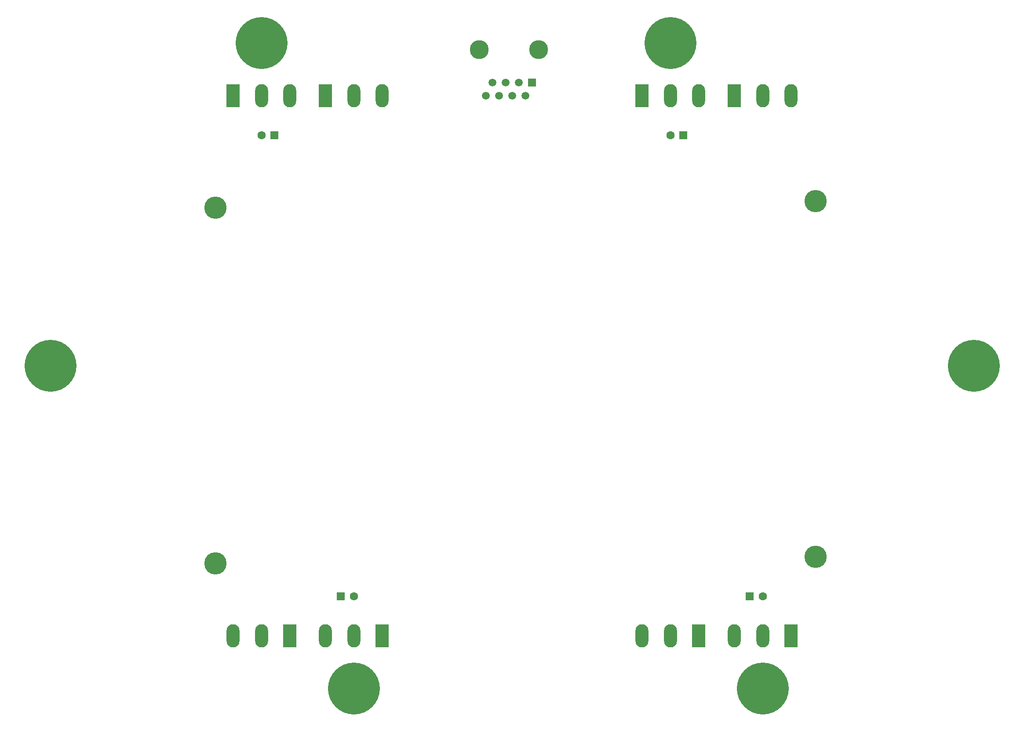
<source format=gbr>
G04 #@! TF.FileFunction,Soldermask,Bot*
%FSLAX46Y46*%
G04 Gerber Fmt 4.6, Leading zero omitted, Abs format (unit mm)*
G04 Created by KiCad (PCBNEW 4.0.7) date 01/04/18 15:12:23*
%MOMM*%
%LPD*%
G01*
G04 APERTURE LIST*
%ADD10C,0.100000*%
%ADD11C,3.650000*%
%ADD12R,1.500000X1.500000*%
%ADD13C,1.500000*%
%ADD14C,4.300000*%
%ADD15R,1.600000X1.600000*%
%ADD16C,1.600000*%
%ADD17R,2.500000X4.500000*%
%ADD18O,2.500000X4.500000*%
%ADD19C,10.000000*%
G04 APERTURE END LIST*
D10*
D11*
X90170000Y130810000D03*
X101600000Y130810000D03*
D12*
X100330000Y124460000D03*
D13*
X99060000Y121920000D03*
X97790000Y124460000D03*
X96520000Y121920000D03*
X95250000Y124460000D03*
X93980000Y121920000D03*
X92710000Y124460000D03*
X91440000Y121920000D03*
D14*
X154940000Y33020000D03*
X39370000Y31750000D03*
X154940000Y101600000D03*
D15*
X50760000Y114300000D03*
D16*
X48260000Y114300000D03*
D15*
X63540000Y25400000D03*
D16*
X66040000Y25400000D03*
D15*
X129500000Y114300000D03*
D16*
X127000000Y114300000D03*
D15*
X142280000Y25400000D03*
D16*
X144780000Y25400000D03*
D17*
X60590000Y121920000D03*
D18*
X66040000Y121920000D03*
X71490000Y121920000D03*
D17*
X53710000Y17780000D03*
D18*
X48260000Y17780000D03*
X42810000Y17780000D03*
D17*
X139330000Y121920000D03*
D18*
X144780000Y121920000D03*
X150230000Y121920000D03*
D17*
X132450000Y17780000D03*
D18*
X127000000Y17780000D03*
X121550000Y17780000D03*
D19*
X127000000Y132080000D03*
X144780000Y7620000D03*
X185420000Y69850000D03*
D17*
X42810000Y121920000D03*
D18*
X48260000Y121920000D03*
X53710000Y121920000D03*
D17*
X71490000Y17780000D03*
D18*
X66040000Y17780000D03*
X60590000Y17780000D03*
D17*
X121550000Y121920000D03*
D18*
X127000000Y121920000D03*
X132450000Y121920000D03*
D17*
X150230000Y17780000D03*
D18*
X144780000Y17780000D03*
X139330000Y17780000D03*
D19*
X48260000Y132080000D03*
X66040000Y7620000D03*
X7620000Y69850000D03*
D14*
X39370000Y100330000D03*
M02*

</source>
